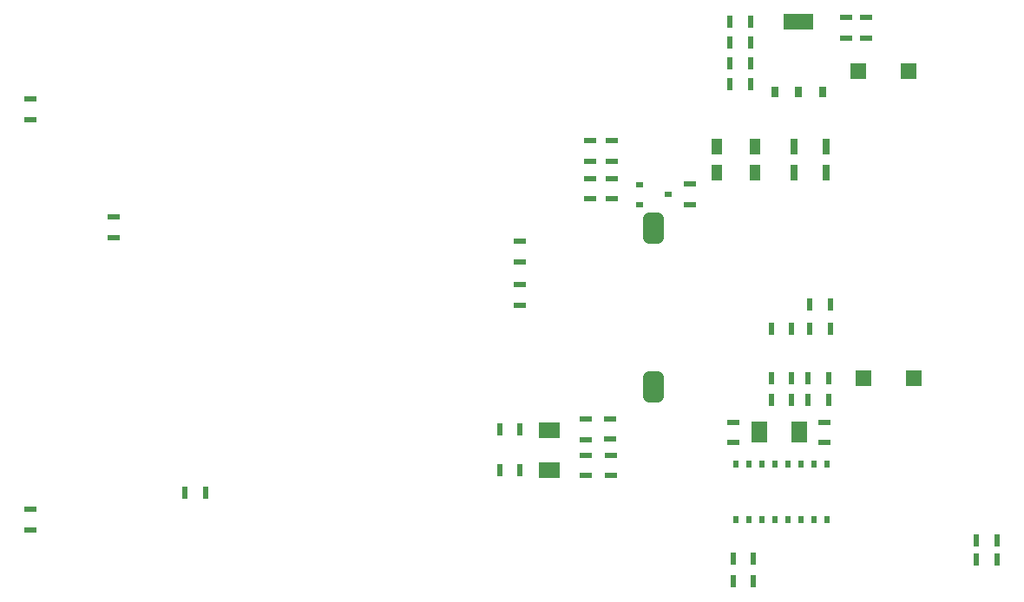
<source format=gtp>
G04*
G04 #@! TF.GenerationSoftware,Altium Limited,Altium Designer,19.1.7 (138)*
G04*
G04 Layer_Color=8421504*
%FSTAX24Y24*%
%MOIN*%
G70*
G01*
G75*
%ADD20R,0.0591X0.0591*%
%ADD21R,0.0315X0.0197*%
%ADD22R,0.0488X0.0236*%
G04:AMPARAMS|DCode=23|XSize=78.7mil|YSize=118.1mil|CornerRadius=19.7mil|HoleSize=0mil|Usage=FLASHONLY|Rotation=0.000|XOffset=0mil|YOffset=0mil|HoleType=Round|Shape=RoundedRectangle|*
%AMROUNDEDRECTD23*
21,1,0.0787,0.0787,0,0,0.0*
21,1,0.0394,0.1181,0,0,0.0*
1,1,0.0394,0.0197,-0.0394*
1,1,0.0394,-0.0197,-0.0394*
1,1,0.0394,-0.0197,0.0394*
1,1,0.0394,0.0197,0.0394*
%
%ADD23ROUNDEDRECTD23*%
%ADD24R,0.0315X0.0630*%
%ADD25R,0.0236X0.0488*%
%ADD26R,0.0591X0.0787*%
%ADD27R,0.0787X0.0591*%
%ADD28R,0.0197X0.0315*%
%ADD29R,0.0394X0.0630*%
%ADD30R,0.1181X0.0591*%
%ADD31R,0.0276X0.0394*%
D20*
X045632Y01938D02*
D03*
X043691D02*
D03*
X043494Y031191D02*
D03*
X045435D02*
D03*
D21*
X035069Y026053D02*
D03*
Y026801D02*
D03*
X036171Y026427D02*
D03*
D22*
X037008Y026043D02*
D03*
Y026831D02*
D03*
X034026Y027048D02*
D03*
Y02626D02*
D03*
X033169Y02626D02*
D03*
Y027047D02*
D03*
Y028504D02*
D03*
Y027717D02*
D03*
X034022Y0285D02*
D03*
Y027713D02*
D03*
X0438Y033237D02*
D03*
Y03245D02*
D03*
X043004Y033244D02*
D03*
Y032456D02*
D03*
X038677Y017691D02*
D03*
Y016904D02*
D03*
X033967Y017815D02*
D03*
Y017028D02*
D03*
X03301Y017811D02*
D03*
Y017024D02*
D03*
X033006Y01563D02*
D03*
Y016417D02*
D03*
X033976Y01563D02*
D03*
Y016417D02*
D03*
X030472Y022972D02*
D03*
Y022185D02*
D03*
X030473Y023858D02*
D03*
Y024646D02*
D03*
X0117Y013543D02*
D03*
Y014331D02*
D03*
X014873Y025567D02*
D03*
Y024779D02*
D03*
X0117Y030107D02*
D03*
Y029319D02*
D03*
X0422Y016898D02*
D03*
Y017685D02*
D03*
D23*
X035623Y019053D02*
D03*
Y025136D02*
D03*
D24*
X042264Y028278D02*
D03*
X041004D02*
D03*
X042264Y027274D02*
D03*
X041004D02*
D03*
D25*
X040925Y021279D02*
D03*
X040138D02*
D03*
X041565Y018543D02*
D03*
X042352D02*
D03*
X04803Y013147D02*
D03*
X048818D02*
D03*
X038553Y030669D02*
D03*
X03934D02*
D03*
X038556Y031486D02*
D03*
X039344D02*
D03*
X038563Y032287D02*
D03*
X03935D02*
D03*
X038556Y033086D02*
D03*
X039344D02*
D03*
X048818Y012402D02*
D03*
X04803D02*
D03*
X038677Y01245D02*
D03*
X039465D02*
D03*
X038677Y011572D02*
D03*
X039465D02*
D03*
X041563Y01937D02*
D03*
X04235D02*
D03*
X029715Y015846D02*
D03*
X030502D02*
D03*
X029714Y017401D02*
D03*
X030502D02*
D03*
X018417Y014964D02*
D03*
X017629D02*
D03*
X040925Y01937D02*
D03*
X040138D02*
D03*
X040925Y018543D02*
D03*
X040138D02*
D03*
X042421Y022196D02*
D03*
X041634D02*
D03*
X042421Y02128D02*
D03*
X041634D02*
D03*
D26*
X039672Y0173D02*
D03*
X041208D02*
D03*
D27*
X031624Y015845D02*
D03*
Y01738D02*
D03*
D28*
X042299Y016063D02*
D03*
X041799D02*
D03*
X041299D02*
D03*
X040799D02*
D03*
X040299D02*
D03*
X039799D02*
D03*
X039299D02*
D03*
X038799D02*
D03*
Y013937D02*
D03*
X039299D02*
D03*
X039799D02*
D03*
X040299D02*
D03*
X040799D02*
D03*
X041299D02*
D03*
X041799D02*
D03*
X042299D02*
D03*
D29*
X038051Y028278D02*
D03*
X039508D02*
D03*
X038051Y027274D02*
D03*
X039508D02*
D03*
D30*
X0412Y033079D02*
D03*
D31*
X042115Y030392D02*
D03*
X0412D02*
D03*
X040294Y030382D02*
D03*
M02*

</source>
